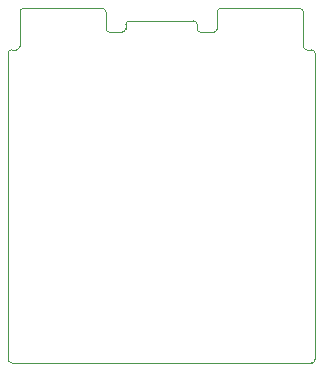
<source format=gbr>
%TF.GenerationSoftware,KiCad,Pcbnew,9.0.4*%
%TF.CreationDate,2025-10-27T13:40:48-04:00*%
%TF.ProjectId,USBC_I2C,55534243-5f49-4324-932e-6b696361645f,rev?*%
%TF.SameCoordinates,Original*%
%TF.FileFunction,Profile,NP*%
%FSLAX46Y46*%
G04 Gerber Fmt 4.6, Leading zero omitted, Abs format (unit mm)*
G04 Created by KiCad (PCBNEW 9.0.4) date 2025-10-27 13:40:48*
%MOMM*%
%LPD*%
G01*
G04 APERTURE LIST*
%TA.AperFunction,Profile*%
%ADD10C,0.050000*%
%TD*%
G04 APERTURE END LIST*
D10*
X93790000Y-58510000D02*
X93790000Y-58860000D01*
X93790000Y-58510000D02*
G75*
G02*
X94090000Y-58210000I300000J0D01*
G01*
X93790000Y-58860000D02*
G75*
G02*
X93490000Y-59160000I-300000J0D01*
G01*
X84820000Y-57460000D02*
G75*
G02*
X85120000Y-57160000I300000J0D01*
G01*
X94090000Y-58210000D02*
X99530000Y-58210000D01*
X99530000Y-58210000D02*
G75*
G02*
X99830000Y-58510000I0J-300000D01*
G01*
X109120000Y-60660000D02*
G75*
G02*
X108820000Y-60360000I0J300000D01*
G01*
X109120000Y-60660000D02*
X109520000Y-60660000D01*
X109520000Y-60660000D02*
G75*
G02*
X109820000Y-60960000I0J-300000D01*
G01*
X91820000Y-57160000D02*
G75*
G02*
X92120000Y-57460000I0J-300000D01*
G01*
X101220000Y-59160000D02*
X100130000Y-59160000D01*
X108820000Y-60360000D02*
X108820000Y-57460000D01*
X99830000Y-58510000D02*
X99830000Y-58860000D01*
X84820000Y-60360000D02*
G75*
G02*
X84520000Y-60660000I-300000J0D01*
G01*
X84120000Y-87160000D02*
X109520000Y-87160000D01*
X109820000Y-86860000D02*
X109820000Y-60960000D01*
X108520000Y-57160000D02*
X101820000Y-57160000D01*
X83824800Y-60955200D02*
X83820000Y-86868000D01*
X83824800Y-60955200D02*
G75*
G02*
X84124800Y-60655200I300000J0D01*
G01*
X92120000Y-58860000D02*
X92120000Y-57460000D01*
X84820000Y-57460000D02*
X84820000Y-60360000D01*
X109820000Y-86860000D02*
G75*
G02*
X109520000Y-87160000I-300000J0D01*
G01*
X85120000Y-57160000D02*
X91820000Y-57160000D01*
X100130000Y-59160000D02*
G75*
G02*
X99830000Y-58860000I0J300000D01*
G01*
X101520000Y-58860000D02*
G75*
G02*
X101220000Y-59160000I-300000J0D01*
G01*
X101520000Y-57460000D02*
G75*
G02*
X101820000Y-57160000I300000J0D01*
G01*
X92420000Y-59160000D02*
G75*
G02*
X92120000Y-58860000I0J300000D01*
G01*
X108520000Y-57160000D02*
G75*
G02*
X108820000Y-57460000I0J-300000D01*
G01*
X101520000Y-58860000D02*
X101520000Y-57460000D01*
X84120000Y-87160000D02*
G75*
G02*
X83820000Y-86860000I0J300000D01*
G01*
X84520000Y-60660000D02*
X84124800Y-60655200D01*
X92420000Y-59160000D02*
X93490000Y-59160000D01*
M02*

</source>
